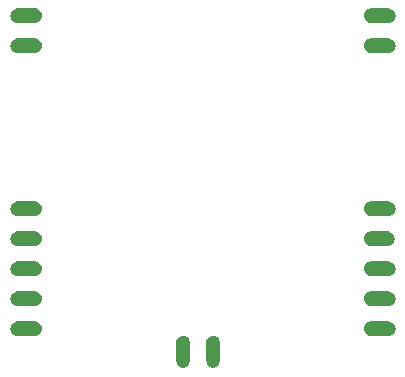
<source format=gbs>
G04*
G04 #@! TF.GenerationSoftware,Altium Limited,Altium NEXUS,5.8.2 (18)*
G04*
G04 Layer_Color=16711935*
%FSLAX44Y44*%
%MOMM*%
G71*
G04*
G04 #@! TF.SameCoordinates,3A1DB9EE-8D2C-4681-89B5-BFB965533D06*
G04*
G04*
G04 #@! TF.FilePolarity,Negative*
G04*
G01*
G75*
%ADD51C,1.2032*%
G36*
X16127Y84209D02*
X16258Y84184D01*
X16384Y84141D01*
X18222Y83379D01*
X18222Y83379D01*
X18261Y83360D01*
X18341Y83321D01*
X18452Y83246D01*
X18552Y83159D01*
X18552Y83159D01*
X19959Y81752D01*
X20047Y81652D01*
X20120Y81541D01*
X20180Y81422D01*
X20180Y81422D01*
X20941Y79584D01*
X20941Y79584D01*
X20969Y79501D01*
X20984Y79458D01*
X21010Y79328D01*
X21018Y79195D01*
Y79194D01*
D01*
Y77205D01*
X21010Y77073D01*
X20984Y76942D01*
X20941Y76816D01*
X20180Y74978D01*
X20180Y74978D01*
X20160Y74939D01*
X20121Y74859D01*
X20047Y74748D01*
X19959Y74648D01*
X19959Y74648D01*
X18552Y73241D01*
X18552Y73241D01*
X18499Y73194D01*
X18452Y73153D01*
X18378Y73104D01*
X18341Y73079D01*
X18281Y73050D01*
X18222Y73021D01*
X18222Y73021D01*
X16384Y72259D01*
X16258Y72217D01*
X16127Y72190D01*
X15994Y72182D01*
X0D01*
X-133Y72190D01*
X-264Y72217D01*
X-390Y72259D01*
X-509Y72318D01*
X-620Y72392D01*
X-720Y72480D01*
X-808Y72580D01*
X-882Y72691D01*
X-941Y72810D01*
X-984Y72937D01*
X-1010Y73067D01*
X-1018Y73200D01*
Y83200D01*
X-1010Y83333D01*
X-984Y83463D01*
X-941Y83590D01*
X-882Y83709D01*
X-808Y83820D01*
X-720Y83920D01*
X-620Y84008D01*
X-509Y84082D01*
X-390Y84141D01*
X-264Y84184D01*
X-133Y84209D01*
X0Y84218D01*
X15994D01*
X16127Y84209D01*
D02*
G37*
G36*
Y58809D02*
X16258Y58783D01*
X16384Y58741D01*
X18222Y57979D01*
X18222Y57979D01*
X18261Y57960D01*
X18341Y57921D01*
X18452Y57846D01*
X18552Y57759D01*
X18552Y57759D01*
X19959Y56352D01*
X20047Y56252D01*
X20120Y56141D01*
X20180Y56022D01*
X20180Y56022D01*
X20941Y54184D01*
X20941Y54184D01*
X20969Y54101D01*
X20984Y54058D01*
X21010Y53927D01*
X21018Y53795D01*
Y53794D01*
D01*
Y51805D01*
X21010Y51673D01*
X20984Y51542D01*
X20941Y51416D01*
X20180Y49578D01*
X20180Y49578D01*
X20160Y49539D01*
X20121Y49459D01*
X20047Y49348D01*
X19959Y49248D01*
X19959Y49248D01*
X18552Y47841D01*
X18552Y47841D01*
X18499Y47794D01*
X18452Y47753D01*
X18378Y47704D01*
X18341Y47679D01*
X18281Y47650D01*
X18222Y47621D01*
X18222Y47621D01*
X16384Y46859D01*
X16258Y46817D01*
X16127Y46790D01*
X15994Y46782D01*
X0D01*
X-133Y46790D01*
X-264Y46817D01*
X-390Y46859D01*
X-509Y46918D01*
X-620Y46992D01*
X-720Y47080D01*
X-808Y47180D01*
X-882Y47291D01*
X-941Y47410D01*
X-984Y47537D01*
X-1010Y47667D01*
X-1018Y47800D01*
Y57800D01*
X-1010Y57933D01*
X-984Y58064D01*
X-941Y58190D01*
X-882Y58309D01*
X-808Y58420D01*
X-720Y58520D01*
X-620Y58608D01*
X-509Y58682D01*
X-390Y58741D01*
X-264Y58783D01*
X-133Y58809D01*
X0Y58818D01*
X15994D01*
X16127Y58809D01*
D02*
G37*
G36*
Y33410D02*
X16258Y33384D01*
X16384Y33341D01*
X18222Y32580D01*
X18222Y32580D01*
X18261Y32560D01*
X18341Y32521D01*
X18452Y32446D01*
X18552Y32359D01*
X18552Y32359D01*
X19959Y30952D01*
X20047Y30852D01*
X20120Y30741D01*
X20180Y30622D01*
X20180Y30622D01*
X20941Y28784D01*
X20941Y28784D01*
X20969Y28701D01*
X20984Y28658D01*
X21010Y28528D01*
X21018Y28395D01*
Y28394D01*
D01*
Y26405D01*
X21010Y26272D01*
X20984Y26142D01*
X20941Y26016D01*
X20180Y24178D01*
X20180Y24178D01*
X20160Y24139D01*
X20121Y24059D01*
X20047Y23948D01*
X19959Y23848D01*
X19959Y23848D01*
X18552Y22441D01*
X18552Y22441D01*
X18499Y22394D01*
X18452Y22353D01*
X18378Y22304D01*
X18341Y22279D01*
X18281Y22250D01*
X18222Y22220D01*
X18222Y22220D01*
X16384Y21459D01*
X16258Y21416D01*
X16127Y21391D01*
X15994Y21382D01*
X0D01*
X-133Y21391D01*
X-264Y21416D01*
X-390Y21459D01*
X-509Y21518D01*
X-620Y21592D01*
X-720Y21680D01*
X-808Y21780D01*
X-882Y21891D01*
X-941Y22010D01*
X-984Y22136D01*
X-1010Y22267D01*
X-1018Y22400D01*
Y32400D01*
X-1010Y32533D01*
X-984Y32664D01*
X-941Y32790D01*
X-882Y32909D01*
X-808Y33020D01*
X-720Y33120D01*
X-620Y33208D01*
X-509Y33282D01*
X-390Y33341D01*
X-264Y33384D01*
X-133Y33410D01*
X0Y33418D01*
X15994D01*
X16127Y33410D01*
D02*
G37*
G36*
X142127Y21010D02*
X142258Y20984D01*
X142384Y20941D01*
X144222Y20180D01*
X144222Y20180D01*
X144261Y20160D01*
X144341Y20121D01*
X144452Y20047D01*
X144552Y19959D01*
X144552Y19959D01*
X145959Y18552D01*
X146046Y18452D01*
X146121Y18341D01*
X146180Y18222D01*
X146180Y18222D01*
X146941Y16384D01*
X146941Y16384D01*
X146969Y16301D01*
X146983Y16258D01*
X147009Y16128D01*
X147018Y15995D01*
Y15994D01*
D01*
Y15000D01*
Y0D01*
X147009Y-133D01*
X146983Y-264D01*
X146941Y-390D01*
X146882Y-509D01*
X146808Y-620D01*
X146720Y-720D01*
X146620Y-808D01*
X146509Y-882D01*
X146390Y-941D01*
X146264Y-984D01*
X146133Y-1010D01*
X146000Y-1018D01*
X136000D01*
X135867Y-1010D01*
X135737Y-984D01*
X135610Y-941D01*
X135491Y-882D01*
X135380Y-808D01*
X135280Y-720D01*
X135192Y-620D01*
X135118Y-509D01*
X135059Y-390D01*
X135016Y-264D01*
X134991Y-133D01*
X134982Y0D01*
Y15000D01*
Y15994D01*
X134991Y16127D01*
X135016Y16258D01*
X135059Y16384D01*
X135821Y18222D01*
X135821Y18222D01*
X135840Y18261D01*
X135879Y18341D01*
X135953Y18452D01*
X136041Y18552D01*
X136041Y18552D01*
X137448Y19959D01*
X137548Y20047D01*
X137659Y20120D01*
X137778Y20180D01*
X137778Y20180D01*
X139616Y20941D01*
X139616Y20941D01*
X139699Y20969D01*
X139742Y20984D01*
X139873Y21010D01*
X140005Y21018D01*
X140005D01*
D01*
X141994D01*
X142127Y21010D01*
D02*
G37*
G36*
X16127Y109609D02*
X16258Y109584D01*
X16384Y109541D01*
X18222Y108779D01*
X18222Y108779D01*
X18261Y108760D01*
X18341Y108721D01*
X18452Y108646D01*
X18552Y108559D01*
X18552Y108559D01*
X19959Y107152D01*
X20047Y107052D01*
X20120Y106941D01*
X20180Y106822D01*
X20180Y106822D01*
X20941Y104984D01*
X20941Y104984D01*
X20969Y104901D01*
X20984Y104858D01*
X21010Y104727D01*
X21018Y104595D01*
Y104594D01*
D01*
Y102605D01*
X21010Y102472D01*
X20984Y102342D01*
X20941Y102216D01*
X20180Y100378D01*
X20180Y100378D01*
X20160Y100339D01*
X20121Y100259D01*
X20047Y100148D01*
X19959Y100048D01*
X19959Y100048D01*
X18552Y98641D01*
X18552Y98641D01*
X18499Y98594D01*
X18452Y98553D01*
X18378Y98504D01*
X18341Y98479D01*
X18281Y98450D01*
X18222Y98420D01*
X18222Y98420D01*
X16384Y97659D01*
X16258Y97617D01*
X16127Y97591D01*
X15994Y97582D01*
X0D01*
X-133Y97591D01*
X-264Y97617D01*
X-390Y97659D01*
X-509Y97718D01*
X-620Y97792D01*
X-720Y97880D01*
X-808Y97980D01*
X-882Y98091D01*
X-941Y98210D01*
X-984Y98336D01*
X-1010Y98467D01*
X-1018Y98600D01*
Y108600D01*
X-1010Y108733D01*
X-984Y108863D01*
X-941Y108990D01*
X-882Y109109D01*
X-808Y109220D01*
X-720Y109320D01*
X-620Y109408D01*
X-509Y109482D01*
X-390Y109541D01*
X-264Y109584D01*
X-133Y109609D01*
X0Y109618D01*
X15994D01*
X16127Y109609D01*
D02*
G37*
G36*
Y135009D02*
X16258Y134984D01*
X16384Y134941D01*
X18222Y134179D01*
X18222Y134179D01*
X18261Y134160D01*
X18341Y134121D01*
X18452Y134046D01*
X18552Y133959D01*
X18552Y133959D01*
X19959Y132552D01*
X20047Y132452D01*
X20120Y132341D01*
X20180Y132222D01*
X20180Y132222D01*
X20941Y130384D01*
X20941Y130384D01*
X20969Y130301D01*
X20984Y130258D01*
X21010Y130127D01*
X21018Y129995D01*
Y129994D01*
D01*
Y128005D01*
X21010Y127872D01*
X20984Y127742D01*
X20941Y127616D01*
X20180Y125778D01*
X20180Y125778D01*
X20160Y125739D01*
X20121Y125659D01*
X20047Y125548D01*
X19959Y125448D01*
X19959Y125448D01*
X18552Y124041D01*
X18552Y124041D01*
X18499Y123994D01*
X18452Y123953D01*
X18378Y123904D01*
X18341Y123879D01*
X18281Y123850D01*
X18222Y123820D01*
X18222Y123820D01*
X16384Y123059D01*
X16258Y123017D01*
X16127Y122991D01*
X15994Y122982D01*
X0D01*
X-133Y122991D01*
X-264Y123017D01*
X-390Y123059D01*
X-509Y123118D01*
X-620Y123192D01*
X-720Y123280D01*
X-808Y123380D01*
X-882Y123491D01*
X-941Y123610D01*
X-984Y123736D01*
X-1010Y123867D01*
X-1018Y124000D01*
Y134000D01*
X-1010Y134133D01*
X-984Y134263D01*
X-941Y134390D01*
X-882Y134509D01*
X-808Y134620D01*
X-720Y134720D01*
X-620Y134808D01*
X-509Y134882D01*
X-390Y134941D01*
X-264Y134984D01*
X-133Y135009D01*
X0Y135018D01*
X15994D01*
X16127Y135009D01*
D02*
G37*
G36*
Y273031D02*
X16258Y273005D01*
X16384Y272962D01*
X18222Y272201D01*
X18222Y272201D01*
X18261Y272182D01*
X18341Y272142D01*
X18452Y272068D01*
X18552Y271981D01*
X18552Y271980D01*
X19959Y270574D01*
X20047Y270474D01*
X20120Y270363D01*
X20180Y270244D01*
X20180Y270244D01*
X20941Y268406D01*
X20941Y268406D01*
X20969Y268323D01*
X20984Y268280D01*
X21010Y268149D01*
X21018Y268016D01*
Y268016D01*
D01*
Y266027D01*
X21010Y265894D01*
X20984Y265764D01*
X20941Y265638D01*
X20180Y263800D01*
X20180Y263800D01*
X20160Y263760D01*
X20121Y263680D01*
X20047Y263570D01*
X19959Y263470D01*
X19959Y263469D01*
X18552Y262063D01*
X18552Y262063D01*
X18499Y262016D01*
X18452Y261975D01*
X18378Y261926D01*
X18341Y261901D01*
X18281Y261871D01*
X18222Y261842D01*
X18222Y261842D01*
X16384Y261081D01*
X16258Y261038D01*
X16127Y261012D01*
X15994Y261004D01*
X0D01*
X-133Y261012D01*
X-264Y261038D01*
X-390Y261081D01*
X-509Y261140D01*
X-620Y261214D01*
X-720Y261302D01*
X-808Y261402D01*
X-882Y261513D01*
X-941Y261632D01*
X-984Y261758D01*
X-1010Y261889D01*
X-1018Y262022D01*
Y272022D01*
X-1010Y272155D01*
X-984Y272285D01*
X-941Y272411D01*
X-882Y272531D01*
X-808Y272642D01*
X-720Y272742D01*
X-620Y272830D01*
X-509Y272903D01*
X-390Y272962D01*
X-264Y273005D01*
X-133Y273031D01*
X0Y273040D01*
X15994D01*
X16127Y273031D01*
D02*
G37*
G36*
Y298431D02*
X16258Y298405D01*
X16384Y298363D01*
X18222Y297601D01*
X18222Y297601D01*
X18261Y297582D01*
X18341Y297542D01*
X18452Y297468D01*
X18552Y297381D01*
X18552Y297380D01*
X19959Y295974D01*
X20047Y295874D01*
X20120Y295763D01*
X20180Y295644D01*
X20180Y295644D01*
X20941Y293806D01*
X20941Y293806D01*
X20969Y293723D01*
X20984Y293680D01*
X21010Y293549D01*
X21018Y293416D01*
Y293416D01*
D01*
Y291427D01*
X21010Y291294D01*
X20984Y291164D01*
X20941Y291038D01*
X20180Y289200D01*
X20180Y289200D01*
X20160Y289160D01*
X20121Y289080D01*
X20047Y288970D01*
X19959Y288870D01*
X19959Y288869D01*
X18552Y287463D01*
X18552Y287463D01*
X18499Y287416D01*
X18452Y287375D01*
X18378Y287326D01*
X18341Y287301D01*
X18281Y287271D01*
X18222Y287242D01*
X18222Y287242D01*
X16384Y286481D01*
X16258Y286438D01*
X16127Y286412D01*
X15994Y286404D01*
X0D01*
X-133Y286412D01*
X-264Y286438D01*
X-390Y286481D01*
X-509Y286540D01*
X-620Y286614D01*
X-720Y286702D01*
X-808Y286802D01*
X-882Y286913D01*
X-941Y287032D01*
X-984Y287158D01*
X-1010Y287289D01*
X-1018Y287422D01*
Y297422D01*
X-1010Y297555D01*
X-984Y297685D01*
X-941Y297811D01*
X-882Y297931D01*
X-808Y298042D01*
X-720Y298142D01*
X-620Y298230D01*
X-509Y298304D01*
X-390Y298363D01*
X-264Y298405D01*
X-133Y298431D01*
X0Y298440D01*
X15994D01*
X16127Y298431D01*
D02*
G37*
G36*
X167527Y21010D02*
X167658Y20984D01*
X167784Y20941D01*
X169622Y20180D01*
X169622Y20180D01*
X169661Y20160D01*
X169741Y20121D01*
X169852Y20047D01*
X169952Y19959D01*
X169952Y19959D01*
X171359Y18552D01*
X171446Y18452D01*
X171521Y18341D01*
X171579Y18222D01*
X171579Y18222D01*
X172341Y16384D01*
X172341Y16384D01*
X172369Y16301D01*
X172383Y16258D01*
X172409Y16128D01*
X172418Y15995D01*
Y15994D01*
D01*
Y15000D01*
Y0D01*
X172409Y-133D01*
X172383Y-264D01*
X172341Y-390D01*
X172282Y-509D01*
X172208Y-620D01*
X172120Y-720D01*
X172020Y-808D01*
X171909Y-882D01*
X171790Y-941D01*
X171663Y-984D01*
X171533Y-1010D01*
X171400Y-1018D01*
X161400D01*
X161267Y-1010D01*
X161136Y-984D01*
X161010Y-941D01*
X160891Y-882D01*
X160780Y-808D01*
X160680Y-720D01*
X160592Y-620D01*
X160518Y-509D01*
X160459Y-390D01*
X160417Y-264D01*
X160390Y-133D01*
X160382Y0D01*
Y15000D01*
Y15994D01*
X160390Y16127D01*
X160417Y16258D01*
X160459Y16384D01*
X161220Y18222D01*
X161220Y18222D01*
X161240Y18261D01*
X161279Y18341D01*
X161353Y18452D01*
X161441Y18552D01*
X161441Y18552D01*
X162848Y19959D01*
X162948Y20047D01*
X163059Y20120D01*
X163178Y20180D01*
X163178Y20180D01*
X165016Y20941D01*
X165016Y20941D01*
X165099Y20969D01*
X165142Y20984D01*
X165273Y21010D01*
X165405Y21018D01*
X165405D01*
D01*
X167395D01*
X167527Y21010D01*
D02*
G37*
G36*
X315133Y33410D02*
X315264Y33384D01*
X315390Y33341D01*
X315509Y33282D01*
X315620Y33208D01*
X315720Y33120D01*
X315808Y33020D01*
X315882Y32909D01*
X315941Y32790D01*
X315984Y32664D01*
X316010Y32533D01*
X316018Y32400D01*
Y22400D01*
X316010Y22267D01*
X315984Y22136D01*
X315941Y22010D01*
X315882Y21891D01*
X315808Y21780D01*
X315720Y21680D01*
X315620Y21592D01*
X315509Y21518D01*
X315390Y21459D01*
X315264Y21416D01*
X315133Y21391D01*
X315000Y21382D01*
X299005D01*
X298873Y21391D01*
X298742Y21416D01*
X298616Y21459D01*
X296778Y22220D01*
X296778Y22220D01*
X296719Y22250D01*
X296659Y22279D01*
X296622Y22304D01*
X296548Y22353D01*
X296501Y22394D01*
X296448Y22441D01*
X296448Y22441D01*
X295041Y23848D01*
X295041Y23848D01*
X294953Y23948D01*
X294879Y24059D01*
X294840Y24139D01*
X294820Y24178D01*
X294820Y24178D01*
X294059Y26016D01*
X294016Y26142D01*
X293990Y26272D01*
X293982Y26405D01*
Y28394D01*
X293990Y28527D01*
X294016Y28658D01*
X294059Y28784D01*
X294820Y30622D01*
X294820Y30622D01*
X294850Y30681D01*
X294879Y30741D01*
X294904Y30778D01*
X294953Y30852D01*
X294995Y30899D01*
X295041Y30952D01*
X295041Y30952D01*
X296448Y32359D01*
X296448Y32359D01*
X296548Y32446D01*
X296659Y32521D01*
X296739Y32560D01*
X296778Y32580D01*
X296778Y32580D01*
X298616Y33341D01*
X298742Y33384D01*
X298873Y33410D01*
X299005Y33418D01*
X315000D01*
X315133Y33410D01*
D02*
G37*
G36*
Y58809D02*
X315264Y58783D01*
X315390Y58741D01*
X315509Y58682D01*
X315620Y58608D01*
X315720Y58520D01*
X315808Y58420D01*
X315882Y58309D01*
X315941Y58190D01*
X315984Y58064D01*
X316010Y57933D01*
X316018Y57800D01*
Y47800D01*
X316010Y47667D01*
X315984Y47537D01*
X315941Y47410D01*
X315882Y47291D01*
X315808Y47180D01*
X315720Y47080D01*
X315620Y46992D01*
X315509Y46918D01*
X315390Y46859D01*
X315264Y46817D01*
X315133Y46790D01*
X315000Y46782D01*
X299005D01*
X298873Y46790D01*
X298742Y46817D01*
X298616Y46859D01*
X296778Y47621D01*
X296778Y47621D01*
X296719Y47650D01*
X296659Y47679D01*
X296622Y47704D01*
X296548Y47753D01*
X296501Y47794D01*
X296448Y47841D01*
X296448Y47841D01*
X295041Y49248D01*
X295041Y49248D01*
X294953Y49348D01*
X294879Y49459D01*
X294840Y49539D01*
X294820Y49578D01*
X294820Y49578D01*
X294059Y51416D01*
X294016Y51542D01*
X293990Y51673D01*
X293982Y51805D01*
Y53794D01*
X293990Y53927D01*
X294016Y54058D01*
X294059Y54184D01*
X294820Y56022D01*
X294820Y56022D01*
X294850Y56081D01*
X294879Y56141D01*
X294904Y56178D01*
X294953Y56252D01*
X294995Y56299D01*
X295041Y56352D01*
X295041Y56352D01*
X296448Y57759D01*
X296448Y57759D01*
X296548Y57846D01*
X296659Y57921D01*
X296739Y57960D01*
X296778Y57979D01*
X296778Y57979D01*
X298616Y58741D01*
X298742Y58783D01*
X298873Y58809D01*
X299005Y58818D01*
X315000D01*
X315133Y58809D01*
D02*
G37*
G36*
Y84209D02*
X315264Y84184D01*
X315390Y84141D01*
X315509Y84082D01*
X315620Y84008D01*
X315720Y83920D01*
X315808Y83820D01*
X315882Y83709D01*
X315941Y83590D01*
X315984Y83463D01*
X316010Y83333D01*
X316018Y83200D01*
Y73200D01*
X316010Y73067D01*
X315984Y72937D01*
X315941Y72810D01*
X315882Y72691D01*
X315808Y72580D01*
X315720Y72480D01*
X315620Y72392D01*
X315509Y72318D01*
X315390Y72259D01*
X315264Y72217D01*
X315133Y72190D01*
X315000Y72182D01*
X299005D01*
X298873Y72190D01*
X298742Y72217D01*
X298616Y72259D01*
X296778Y73021D01*
X296778Y73021D01*
X296719Y73050D01*
X296659Y73079D01*
X296622Y73104D01*
X296548Y73153D01*
X296501Y73194D01*
X296448Y73241D01*
X296448Y73241D01*
X295041Y74648D01*
X295041Y74648D01*
X294953Y74748D01*
X294879Y74859D01*
X294840Y74939D01*
X294820Y74978D01*
X294820Y74978D01*
X294059Y76816D01*
X294016Y76942D01*
X293990Y77073D01*
X293982Y77205D01*
Y79194D01*
X293990Y79327D01*
X294016Y79458D01*
X294059Y79584D01*
X294820Y81422D01*
X294820Y81422D01*
X294850Y81481D01*
X294879Y81541D01*
X294904Y81578D01*
X294953Y81652D01*
X294995Y81699D01*
X295041Y81752D01*
X295041Y81752D01*
X296448Y83159D01*
X296448Y83159D01*
X296548Y83246D01*
X296659Y83321D01*
X296739Y83360D01*
X296778Y83379D01*
X296778Y83379D01*
X298616Y84141D01*
X298742Y84184D01*
X298873Y84209D01*
X299005Y84218D01*
X315000D01*
X315133Y84209D01*
D02*
G37*
G36*
Y109609D02*
X315264Y109584D01*
X315390Y109541D01*
X315509Y109482D01*
X315620Y109408D01*
X315720Y109320D01*
X315808Y109220D01*
X315882Y109109D01*
X315941Y108990D01*
X315984Y108863D01*
X316010Y108733D01*
X316018Y108600D01*
Y98600D01*
X316010Y98467D01*
X315984Y98336D01*
X315941Y98210D01*
X315882Y98091D01*
X315808Y97980D01*
X315720Y97880D01*
X315620Y97792D01*
X315509Y97718D01*
X315390Y97659D01*
X315264Y97617D01*
X315133Y97591D01*
X315000Y97582D01*
X299005D01*
X298873Y97591D01*
X298742Y97617D01*
X298616Y97659D01*
X296778Y98420D01*
X296778Y98420D01*
X296719Y98450D01*
X296659Y98479D01*
X296622Y98504D01*
X296548Y98553D01*
X296501Y98594D01*
X296448Y98641D01*
X296448Y98641D01*
X295041Y100048D01*
X295041Y100048D01*
X294953Y100148D01*
X294879Y100259D01*
X294840Y100339D01*
X294820Y100378D01*
X294820Y100378D01*
X294059Y102216D01*
X294016Y102342D01*
X293990Y102472D01*
X293982Y102605D01*
Y104594D01*
X293990Y104727D01*
X294016Y104858D01*
X294059Y104984D01*
X294820Y106822D01*
X294820Y106822D01*
X294850Y106881D01*
X294879Y106941D01*
X294904Y106978D01*
X294953Y107052D01*
X294995Y107099D01*
X295041Y107152D01*
X295041Y107152D01*
X296448Y108559D01*
X296448Y108559D01*
X296548Y108646D01*
X296659Y108721D01*
X296739Y108760D01*
X296778Y108779D01*
X296778Y108779D01*
X298616Y109541D01*
X298742Y109584D01*
X298873Y109609D01*
X299005Y109618D01*
X315000D01*
X315133Y109609D01*
D02*
G37*
G36*
Y135009D02*
X315264Y134984D01*
X315390Y134941D01*
X315509Y134882D01*
X315620Y134808D01*
X315720Y134720D01*
X315808Y134620D01*
X315882Y134509D01*
X315941Y134390D01*
X315984Y134263D01*
X316010Y134133D01*
X316018Y134000D01*
Y124000D01*
X316010Y123867D01*
X315984Y123736D01*
X315941Y123610D01*
X315882Y123491D01*
X315808Y123380D01*
X315720Y123280D01*
X315620Y123192D01*
X315509Y123118D01*
X315390Y123059D01*
X315264Y123017D01*
X315133Y122991D01*
X315000Y122982D01*
X299005D01*
X298873Y122991D01*
X298742Y123017D01*
X298616Y123059D01*
X296778Y123820D01*
X296778Y123820D01*
X296719Y123850D01*
X296659Y123879D01*
X296622Y123904D01*
X296548Y123953D01*
X296501Y123994D01*
X296448Y124041D01*
X296448Y124041D01*
X295041Y125448D01*
X295041Y125448D01*
X294953Y125548D01*
X294879Y125659D01*
X294840Y125739D01*
X294820Y125778D01*
X294820Y125778D01*
X294059Y127616D01*
X294016Y127742D01*
X293990Y127872D01*
X293982Y128005D01*
Y129994D01*
X293990Y130127D01*
X294016Y130258D01*
X294059Y130384D01*
X294820Y132222D01*
X294820Y132222D01*
X294850Y132281D01*
X294879Y132341D01*
X294904Y132378D01*
X294953Y132452D01*
X294995Y132499D01*
X295041Y132552D01*
X295041Y132552D01*
X296448Y133959D01*
X296448Y133959D01*
X296548Y134046D01*
X296659Y134121D01*
X296739Y134160D01*
X296778Y134179D01*
X296778Y134179D01*
X298616Y134941D01*
X298742Y134984D01*
X298873Y135009D01*
X299005Y135018D01*
X315000D01*
X315133Y135009D01*
D02*
G37*
G36*
Y273009D02*
X315264Y272983D01*
X315390Y272941D01*
X315509Y272882D01*
X315620Y272808D01*
X315720Y272720D01*
X315808Y272620D01*
X315882Y272509D01*
X315941Y272390D01*
X315984Y272264D01*
X316010Y272133D01*
X316018Y272000D01*
Y262000D01*
X316010Y261867D01*
X315984Y261737D01*
X315941Y261610D01*
X315882Y261491D01*
X315808Y261380D01*
X315720Y261280D01*
X315620Y261192D01*
X315509Y261118D01*
X315390Y261059D01*
X315264Y261017D01*
X315133Y260991D01*
X315000Y260982D01*
X299005D01*
X298873Y260991D01*
X298742Y261017D01*
X298616Y261059D01*
X296778Y261821D01*
X296778Y261821D01*
X296739Y261840D01*
X296659Y261879D01*
X296548Y261953D01*
X296448Y262041D01*
X296448Y262041D01*
X295041Y263448D01*
X295041Y263448D01*
X294995Y263501D01*
X294953Y263548D01*
X294904Y263622D01*
X294879Y263659D01*
X294850Y263719D01*
X294820Y263778D01*
X294820Y263778D01*
X294059Y265616D01*
X294016Y265742D01*
X293990Y265872D01*
X293982Y266005D01*
Y267994D01*
X293990Y268127D01*
X294016Y268258D01*
X294059Y268384D01*
X294820Y270222D01*
X294820Y270222D01*
X294840Y270261D01*
X294879Y270341D01*
X294953Y270452D01*
X295041Y270552D01*
X295041Y270552D01*
X296448Y271959D01*
X296548Y272047D01*
X296659Y272120D01*
X296778Y272180D01*
X296778Y272180D01*
X298616Y272941D01*
X298616Y272941D01*
X298699Y272969D01*
X298742Y272983D01*
X298873Y273009D01*
X299005Y273018D01*
X299005D01*
D01*
X315000D01*
X315133Y273009D01*
D02*
G37*
G36*
Y298410D02*
X315264Y298384D01*
X315390Y298341D01*
X315509Y298282D01*
X315620Y298208D01*
X315720Y298120D01*
X315808Y298020D01*
X315882Y297909D01*
X315941Y297790D01*
X315984Y297663D01*
X316010Y297533D01*
X316018Y297400D01*
Y287400D01*
X316010Y287267D01*
X315984Y287136D01*
X315941Y287010D01*
X315882Y286891D01*
X315808Y286780D01*
X315720Y286680D01*
X315620Y286592D01*
X315509Y286518D01*
X315390Y286459D01*
X315264Y286416D01*
X315133Y286390D01*
X315000Y286382D01*
X299005D01*
X298873Y286390D01*
X298742Y286416D01*
X298616Y286459D01*
X296778Y287220D01*
X296778Y287220D01*
X296739Y287240D01*
X296659Y287279D01*
X296548Y287353D01*
X296448Y287441D01*
X296448Y287441D01*
X295041Y288848D01*
X295041Y288848D01*
X294995Y288901D01*
X294953Y288948D01*
X294904Y289022D01*
X294879Y289059D01*
X294850Y289119D01*
X294820Y289178D01*
X294820Y289178D01*
X294059Y291016D01*
X294016Y291142D01*
X293990Y291273D01*
X293982Y291405D01*
Y293395D01*
X293990Y293527D01*
X294016Y293658D01*
X294059Y293784D01*
X294820Y295622D01*
X294820Y295622D01*
X294840Y295661D01*
X294879Y295741D01*
X294953Y295852D01*
X295041Y295952D01*
X295041Y295952D01*
X296448Y297359D01*
X296548Y297446D01*
X296659Y297521D01*
X296778Y297579D01*
X296778Y297579D01*
X298616Y298341D01*
X298616Y298341D01*
X298699Y298369D01*
X298742Y298384D01*
X298873Y298410D01*
X299005Y298418D01*
X299005D01*
D01*
X315000D01*
X315133Y298410D01*
D02*
G37*
D51*
X315000Y292400D02*
D03*
Y267000D02*
D03*
X141000Y0D02*
D03*
X166400D02*
D03*
X0Y129000D02*
D03*
Y103600D02*
D03*
Y52800D02*
D03*
Y27400D02*
D03*
Y78200D02*
D03*
Y267022D02*
D03*
Y292422D02*
D03*
X315000Y129000D02*
D03*
X314000Y103600D02*
D03*
X315000Y78200D02*
D03*
Y52800D02*
D03*
Y27400D02*
D03*
M02*

</source>
